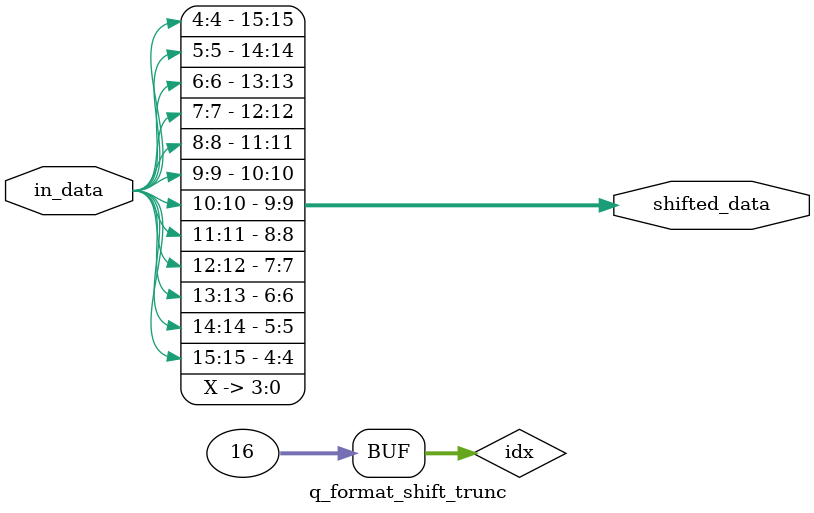
<source format=sv>
module q_format_adjuster #(
    parameter IN_INT = 8, 
    IN_FRAC = 8, 
    OUT_INT = 4, 
    OUT_FRAC = 12
)(
    input wire [IN_INT+IN_FRAC-1:0] in_data,
    output wire [OUT_INT+OUT_FRAC-1:0] out_data,
    output wire overflow
);

    wire [OUT_INT+IN_INT+IN_FRAC-1:0] sign_extended_data;
    assign sign_extended_data = {{OUT_INT{in_data[IN_INT+IN_FRAC-1]}}, in_data};

    wire [OUT_INT+OUT_FRAC-1:0] shifted_data_case1;
    wire temp_overflow_case1;
    wire [OUT_INT+OUT_FRAC-1:0] shifted_data_case2;

    generate
        if (IN_FRAC <= OUT_FRAC) begin : GEN_CASE1
            q_format_shift_extend #(
                .IN_INT(IN_INT),
                .IN_FRAC(IN_FRAC),
                .OUT_INT(OUT_INT),
                .OUT_FRAC(OUT_FRAC)
            ) shift_extend_inst (
                .in_data(sign_extended_data),
                .shifted_data(shifted_data_case1)
            );

            q_overflow_detect #(
                .IN_INT(IN_INT),
                .IN_FRAC(IN_FRAC),
                .OUT_INT(OUT_INT)
            ) overflow_detect_inst (
                .in_data(in_data),
                .overflow(temp_overflow_case1)
            );
        end else begin : GEN_CASE2
            q_format_shift_trunc #(
                .IN_INT(IN_INT),
                .IN_FRAC(IN_FRAC),
                .OUT_INT(OUT_INT),
                .OUT_FRAC(OUT_FRAC)
            ) shift_trunc_inst (
                .in_data(in_data),
                .shifted_data(shifted_data_case2)
            );
        end
    endgenerate

    assign out_data = (IN_FRAC <= OUT_FRAC) ? shifted_data_case1 : shifted_data_case2;
    assign overflow = (IN_FRAC <= OUT_FRAC) ? temp_overflow_case1 : 1'b0;

endmodule

// 通用移位和符号扩展子模块
module q_format_shift_extend #(
    parameter IN_INT = 8, 
    IN_FRAC = 8, 
    OUT_INT = 4, 
    OUT_FRAC = 12
)(
    input  wire [OUT_INT+IN_INT+IN_FRAC-1:0] in_data,
    output reg  [OUT_INT+OUT_FRAC-1:0] shifted_data
);
    integer idx;
    always @* begin
        shifted_data = {OUT_INT+OUT_FRAC{1'b0}};
        for (idx = 0; idx < OUT_INT+OUT_FRAC; idx = idx + 1) begin
            if (idx < OUT_INT+IN_INT+IN_FRAC) begin
                if (idx >= (OUT_FRAC - IN_FRAC)) begin
                    shifted_data[idx] = in_data[idx - (OUT_FRAC - IN_FRAC)];
                end else begin
                    shifted_data[idx] = 1'b0;
                end
            end else begin
                shifted_data[idx] = 1'b0;
            end
        end
    end
endmodule

// 通用溢出检测子模块
module q_overflow_detect #(
    parameter IN_INT = 8, 
    IN_FRAC = 8, 
    OUT_INT = 4
)(
    input  wire [IN_INT+IN_FRAC-1:0] in_data,
    output reg  overflow
);
    integer idx;
    always @* begin
        overflow = 1'b0;
        for (idx = IN_FRAC + OUT_INT; idx <= IN_INT+IN_FRAC-1; idx = idx + 1) begin
            if (in_data[idx]) overflow = 1'b1;
        end
    end
endmodule

// 通用移位和截断子模块
module q_format_shift_trunc #(
    parameter IN_INT = 8, 
    IN_FRAC = 8, 
    OUT_INT = 4, 
    OUT_FRAC = 12
)(
    input  wire [IN_INT+IN_FRAC-1:0] in_data,
    output reg  [OUT_INT+OUT_FRAC-1:0] shifted_data
);
    integer idx;
    always @* begin
        shifted_data = {OUT_INT+OUT_FRAC{1'b0}};
        for (idx = 0; idx < OUT_INT+OUT_FRAC; idx = idx + 1) begin
            if (idx < OUT_INT+IN_INT+OUT_FRAC) begin
                if ((IN_INT+IN_FRAC-1-idx) >= (IN_FRAC-OUT_FRAC) && (IN_INT+IN_FRAC-1-idx) <= (IN_INT+IN_FRAC-1)) begin
                    shifted_data[idx] = in_data[IN_INT+IN_FRAC-1-idx - (IN_FRAC-OUT_FRAC)];
                end else if (idx >= OUT_INT+IN_FRAC) begin
                    shifted_data[idx] = in_data[IN_INT+IN_FRAC-1];
                end else begin
                    shifted_data[idx] = 1'b0;
                end
            end else begin
                shifted_data[idx] = 1'b0;
            end
        end
    end
endmodule
</source>
